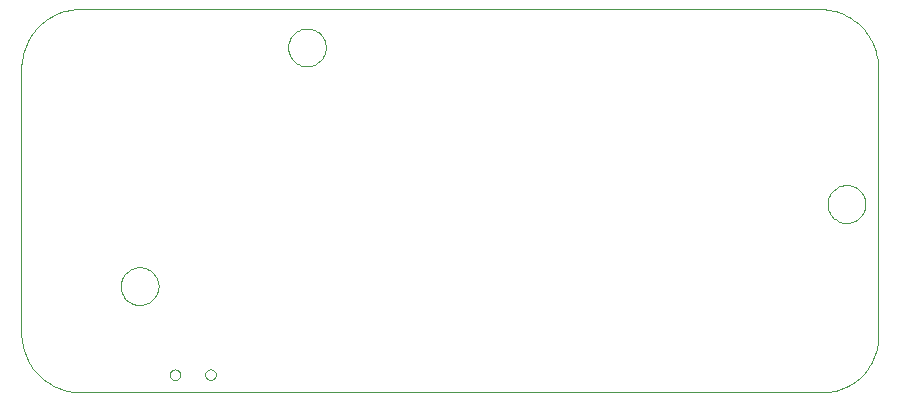
<source format=gm1>
G75*
G70*
%OFA0B0*%
%FSLAX24Y24*%
%IPPOS*%
%LPD*%
%AMOC8*
5,1,8,0,0,1.08239X$1,22.5*
%
%ADD10C,0.0000*%
D10*
X002149Y000639D02*
X026965Y000639D01*
X027054Y000645D01*
X027143Y000656D01*
X027231Y000672D01*
X027318Y000691D01*
X027404Y000715D01*
X027488Y000742D01*
X027572Y000774D01*
X027654Y000809D01*
X027734Y000849D01*
X027812Y000892D01*
X027887Y000938D01*
X027961Y000989D01*
X028032Y001043D01*
X028101Y001100D01*
X028166Y001160D01*
X028229Y001223D01*
X028289Y001290D01*
X028345Y001359D01*
X028398Y001430D01*
X028448Y001504D01*
X028494Y001581D01*
X028536Y001659D01*
X028575Y001739D01*
X028609Y001822D01*
X028640Y001905D01*
X028667Y001990D01*
X028689Y002076D01*
X028708Y002164D01*
X028722Y002252D01*
X028732Y002340D01*
X028738Y002429D01*
X028740Y002518D01*
X028737Y002607D01*
X028737Y011447D01*
X028735Y011541D01*
X028728Y011634D01*
X028717Y011727D01*
X028701Y011820D01*
X028681Y011911D01*
X028657Y012002D01*
X028629Y012091D01*
X028596Y012179D01*
X028559Y012265D01*
X028518Y012349D01*
X028473Y012432D01*
X028424Y012512D01*
X028372Y012589D01*
X028316Y012664D01*
X028256Y012736D01*
X028193Y012806D01*
X028127Y012872D01*
X028057Y012935D01*
X027985Y012995D01*
X027910Y013051D01*
X027833Y013103D01*
X027753Y013152D01*
X027670Y013197D01*
X027586Y013238D01*
X027500Y013275D01*
X027412Y013308D01*
X027323Y013336D01*
X027232Y013360D01*
X027141Y013380D01*
X027048Y013396D01*
X026955Y013407D01*
X026862Y013414D01*
X026768Y013416D01*
X002149Y013416D01*
X002055Y013414D01*
X001962Y013407D01*
X001869Y013396D01*
X001776Y013380D01*
X001685Y013360D01*
X001594Y013336D01*
X001505Y013308D01*
X001417Y013275D01*
X001331Y013238D01*
X001247Y013197D01*
X001164Y013152D01*
X001084Y013103D01*
X001007Y013051D01*
X000932Y012995D01*
X000860Y012935D01*
X000790Y012872D01*
X000724Y012806D01*
X000661Y012736D01*
X000601Y012664D01*
X000545Y012589D01*
X000493Y012512D01*
X000444Y012432D01*
X000399Y012349D01*
X000358Y012265D01*
X000321Y012179D01*
X000288Y012091D01*
X000260Y012002D01*
X000236Y011911D01*
X000216Y011820D01*
X000200Y011727D01*
X000189Y011634D01*
X000182Y011541D01*
X000180Y011447D01*
X000180Y002607D01*
X000182Y002513D01*
X000189Y002420D01*
X000200Y002327D01*
X000216Y002234D01*
X000236Y002143D01*
X000260Y002052D01*
X000288Y001963D01*
X000321Y001875D01*
X000358Y001789D01*
X000399Y001705D01*
X000444Y001623D01*
X000493Y001542D01*
X000545Y001465D01*
X000601Y001390D01*
X000661Y001318D01*
X000724Y001248D01*
X000790Y001182D01*
X000860Y001119D01*
X000932Y001059D01*
X001007Y001003D01*
X001084Y000951D01*
X001164Y000902D01*
X001247Y000857D01*
X001331Y000816D01*
X001417Y000779D01*
X001505Y000746D01*
X001594Y000718D01*
X001685Y000694D01*
X001776Y000674D01*
X001869Y000658D01*
X001962Y000647D01*
X002055Y000640D01*
X002149Y000638D01*
X005124Y001227D02*
X005126Y001253D01*
X005132Y001279D01*
X005142Y001304D01*
X005155Y001327D01*
X005171Y001347D01*
X005191Y001365D01*
X005213Y001380D01*
X005236Y001392D01*
X005262Y001400D01*
X005288Y001404D01*
X005314Y001404D01*
X005340Y001400D01*
X005366Y001392D01*
X005390Y001380D01*
X005411Y001365D01*
X005431Y001347D01*
X005447Y001327D01*
X005460Y001304D01*
X005470Y001279D01*
X005476Y001253D01*
X005478Y001227D01*
X005476Y001201D01*
X005470Y001175D01*
X005460Y001150D01*
X005447Y001127D01*
X005431Y001107D01*
X005411Y001089D01*
X005389Y001074D01*
X005366Y001062D01*
X005340Y001054D01*
X005314Y001050D01*
X005288Y001050D01*
X005262Y001054D01*
X005236Y001062D01*
X005212Y001074D01*
X005191Y001089D01*
X005171Y001107D01*
X005155Y001127D01*
X005142Y001150D01*
X005132Y001175D01*
X005126Y001201D01*
X005124Y001227D01*
X006305Y001227D02*
X006307Y001253D01*
X006313Y001279D01*
X006323Y001304D01*
X006336Y001327D01*
X006352Y001347D01*
X006372Y001365D01*
X006394Y001380D01*
X006417Y001392D01*
X006443Y001400D01*
X006469Y001404D01*
X006495Y001404D01*
X006521Y001400D01*
X006547Y001392D01*
X006571Y001380D01*
X006592Y001365D01*
X006612Y001347D01*
X006628Y001327D01*
X006641Y001304D01*
X006651Y001279D01*
X006657Y001253D01*
X006659Y001227D01*
X006657Y001201D01*
X006651Y001175D01*
X006641Y001150D01*
X006628Y001127D01*
X006612Y001107D01*
X006592Y001089D01*
X006570Y001074D01*
X006547Y001062D01*
X006521Y001054D01*
X006495Y001050D01*
X006469Y001050D01*
X006443Y001054D01*
X006417Y001062D01*
X006393Y001074D01*
X006372Y001089D01*
X006352Y001107D01*
X006336Y001127D01*
X006323Y001150D01*
X006313Y001175D01*
X006307Y001201D01*
X006305Y001227D01*
X003490Y004180D02*
X003492Y004230D01*
X003498Y004280D01*
X003508Y004329D01*
X003522Y004377D01*
X003539Y004424D01*
X003560Y004469D01*
X003585Y004513D01*
X003613Y004554D01*
X003645Y004593D01*
X003679Y004630D01*
X003716Y004664D01*
X003756Y004694D01*
X003798Y004721D01*
X003842Y004745D01*
X003888Y004766D01*
X003935Y004782D01*
X003983Y004795D01*
X004033Y004804D01*
X004082Y004809D01*
X004133Y004810D01*
X004183Y004807D01*
X004232Y004800D01*
X004281Y004789D01*
X004329Y004774D01*
X004375Y004756D01*
X004420Y004734D01*
X004463Y004708D01*
X004504Y004679D01*
X004543Y004647D01*
X004579Y004612D01*
X004611Y004574D01*
X004641Y004534D01*
X004668Y004491D01*
X004691Y004447D01*
X004710Y004401D01*
X004726Y004353D01*
X004738Y004304D01*
X004746Y004255D01*
X004750Y004205D01*
X004750Y004155D01*
X004746Y004105D01*
X004738Y004056D01*
X004726Y004007D01*
X004710Y003959D01*
X004691Y003913D01*
X004668Y003869D01*
X004641Y003826D01*
X004611Y003786D01*
X004579Y003748D01*
X004543Y003713D01*
X004504Y003681D01*
X004463Y003652D01*
X004420Y003626D01*
X004375Y003604D01*
X004329Y003586D01*
X004281Y003571D01*
X004232Y003560D01*
X004183Y003553D01*
X004133Y003550D01*
X004082Y003551D01*
X004033Y003556D01*
X003983Y003565D01*
X003935Y003578D01*
X003888Y003594D01*
X003842Y003615D01*
X003798Y003639D01*
X003756Y003666D01*
X003716Y003696D01*
X003679Y003730D01*
X003645Y003767D01*
X003613Y003806D01*
X003585Y003847D01*
X003560Y003891D01*
X003539Y003936D01*
X003522Y003983D01*
X003508Y004031D01*
X003498Y004080D01*
X003492Y004130D01*
X003490Y004180D01*
X009067Y012136D02*
X009069Y012186D01*
X009075Y012236D01*
X009085Y012285D01*
X009099Y012333D01*
X009116Y012380D01*
X009137Y012425D01*
X009162Y012469D01*
X009190Y012510D01*
X009222Y012549D01*
X009256Y012586D01*
X009293Y012620D01*
X009333Y012650D01*
X009375Y012677D01*
X009419Y012701D01*
X009465Y012722D01*
X009512Y012738D01*
X009560Y012751D01*
X009610Y012760D01*
X009659Y012765D01*
X009710Y012766D01*
X009760Y012763D01*
X009809Y012756D01*
X009858Y012745D01*
X009906Y012730D01*
X009952Y012712D01*
X009997Y012690D01*
X010040Y012664D01*
X010081Y012635D01*
X010120Y012603D01*
X010156Y012568D01*
X010188Y012530D01*
X010218Y012490D01*
X010245Y012447D01*
X010268Y012403D01*
X010287Y012357D01*
X010303Y012309D01*
X010315Y012260D01*
X010323Y012211D01*
X010327Y012161D01*
X010327Y012111D01*
X010323Y012061D01*
X010315Y012012D01*
X010303Y011963D01*
X010287Y011915D01*
X010268Y011869D01*
X010245Y011825D01*
X010218Y011782D01*
X010188Y011742D01*
X010156Y011704D01*
X010120Y011669D01*
X010081Y011637D01*
X010040Y011608D01*
X009997Y011582D01*
X009952Y011560D01*
X009906Y011542D01*
X009858Y011527D01*
X009809Y011516D01*
X009760Y011509D01*
X009710Y011506D01*
X009659Y011507D01*
X009610Y011512D01*
X009560Y011521D01*
X009512Y011534D01*
X009465Y011550D01*
X009419Y011571D01*
X009375Y011595D01*
X009333Y011622D01*
X009293Y011652D01*
X009256Y011686D01*
X009222Y011723D01*
X009190Y011762D01*
X009162Y011803D01*
X009137Y011847D01*
X009116Y011892D01*
X009099Y011939D01*
X009085Y011987D01*
X009075Y012036D01*
X009069Y012086D01*
X009067Y012136D01*
X027050Y006916D02*
X027052Y006966D01*
X027058Y007016D01*
X027068Y007065D01*
X027082Y007113D01*
X027099Y007160D01*
X027120Y007205D01*
X027145Y007249D01*
X027173Y007290D01*
X027205Y007329D01*
X027239Y007366D01*
X027276Y007400D01*
X027316Y007430D01*
X027358Y007457D01*
X027402Y007481D01*
X027448Y007502D01*
X027495Y007518D01*
X027543Y007531D01*
X027593Y007540D01*
X027642Y007545D01*
X027693Y007546D01*
X027743Y007543D01*
X027792Y007536D01*
X027841Y007525D01*
X027889Y007510D01*
X027935Y007492D01*
X027980Y007470D01*
X028023Y007444D01*
X028064Y007415D01*
X028103Y007383D01*
X028139Y007348D01*
X028171Y007310D01*
X028201Y007270D01*
X028228Y007227D01*
X028251Y007183D01*
X028270Y007137D01*
X028286Y007089D01*
X028298Y007040D01*
X028306Y006991D01*
X028310Y006941D01*
X028310Y006891D01*
X028306Y006841D01*
X028298Y006792D01*
X028286Y006743D01*
X028270Y006695D01*
X028251Y006649D01*
X028228Y006605D01*
X028201Y006562D01*
X028171Y006522D01*
X028139Y006484D01*
X028103Y006449D01*
X028064Y006417D01*
X028023Y006388D01*
X027980Y006362D01*
X027935Y006340D01*
X027889Y006322D01*
X027841Y006307D01*
X027792Y006296D01*
X027743Y006289D01*
X027693Y006286D01*
X027642Y006287D01*
X027593Y006292D01*
X027543Y006301D01*
X027495Y006314D01*
X027448Y006330D01*
X027402Y006351D01*
X027358Y006375D01*
X027316Y006402D01*
X027276Y006432D01*
X027239Y006466D01*
X027205Y006503D01*
X027173Y006542D01*
X027145Y006583D01*
X027120Y006627D01*
X027099Y006672D01*
X027082Y006719D01*
X027068Y006767D01*
X027058Y006816D01*
X027052Y006866D01*
X027050Y006916D01*
M02*

</source>
